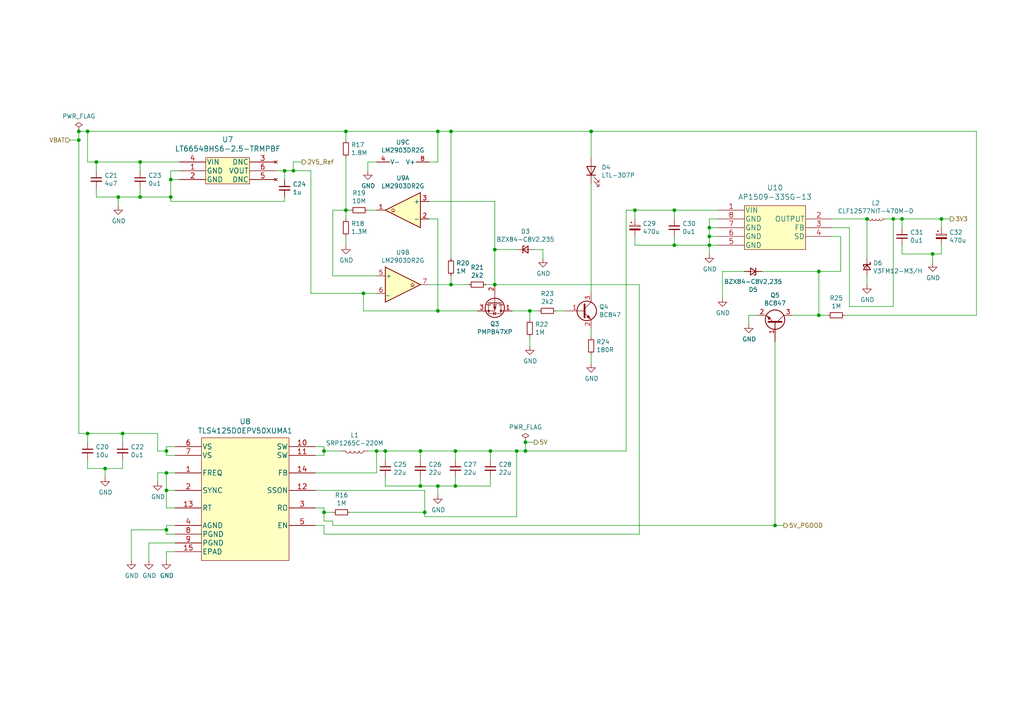
<source format=kicad_sch>
(kicad_sch (version 20211123) (generator eeschema)
  (paper "A4")
  (title_block (title "Musical Doorbell") (date "2022-01-09") (rev "A") (company "Michael Lazernik"))
  (lib_symbols
    (symbol "Doorbell_Capacitor:C_Polarized_Small" (pin_numbers hide) (pin_names (offset 0.254) hide)
      (property "Reference" "C" (at 0.254 1.778 0))
      (property "Value" "C_Polarized_Small" (at 0.254 -2.032 0))
      (symbol "C_Polarized_Small_0_1"
        (rectangle (start -1.524 -0.3048) (end 1.524 -0.6858) (fill (type outline)))
        (rectangle (start -1.524 0.6858) (end 1.524 0.3048))
        (polyline (pts (xy -1.27 1.524) (xy -0.762 1.524)))
        (polyline (pts (xy -1.016 1.27) (xy -1.016 1.778)))
      )
      (symbol "C_Polarized_Small_1_1"
        (pin passive line (at 0 2.54 270) (length 1.8542) (name "~") (number "1"))
        (pin passive line (at 0 -2.54 90) (length 1.8542) (name "~") (number "2"))
      )
    )
    (symbol "Doorbell_Capacitor:C_Small" (pin_numbers hide) (pin_names (offset 0.254) hide)
      (property "Reference" "C" (at 0.254 1.778 0))
      (property "Value" "C_Small" (at 0.254 -2.032 0))
      (symbol "C_Small_0_1"
        (polyline (pts (xy -1.524 -0.508) (xy 1.524 -0.508)) (stroke (width 0.3302)))
        (polyline (pts (xy -1.524 0.508) (xy 1.524 0.508)) (stroke (width 0.3048)))
      )
      (symbol "C_Small_1_1"
        (pin passive line (at 0 2.54 270) (length 2.032) (name "~") (number "1"))
        (pin passive line (at 0 -2.54 90) (length 2.032) (name "~") (number "2"))
      )
    )
    (symbol "Doorbell_Diode:D_Schottky_Small" (pin_numbers hide) (pin_names (offset 0.254) hide)
      (property "Reference" "D" (at -1.27 2.032 0))
      (property "Value" "D_Schottky_Small" (at -7.112 -2.032 0))
      (symbol "D_Schottky_Small_0_1"
        (polyline (pts (xy -0.762 0) (xy 0.762 0)))
        (polyline (pts (xy 0.762 -1.016) (xy -0.762 0) (xy 0.762 1.016) (xy 0.762 -1.016)) (stroke (width 0.254)))
        (polyline (pts (xy -1.27 0.762) (xy -1.27 1.016) (xy -0.762 1.016) (xy -0.762 -1.016) (xy -0.254 -1.016) (xy -0.254 -0.762)) (stroke (width 0.254)))
      )
      (symbol "D_Schottky_Small_1_1"
        (pin passive line (at -2.54 0 0) (length 1.778) (name "K") (number "1"))
        (pin passive line (at 2.54 0 180) (length 1.778) (name "A") (number "2"))
      )
    )
    (symbol "Doorbell_Diode:D_Zener_Small" (pin_numbers hide) (pin_names (offset 0.254) hide)
      (property "Reference" "D" (at 0 2.286 0))
      (property "Value" "D_Zener_Small" (at 0 -2.286 0))
      (symbol "D_Zener_Small_0_1"
        (polyline (pts (xy 0.762 0) (xy -0.762 0)))
        (polyline (pts (xy -0.254 1.016) (xy -0.762 1.016) (xy -0.762 -1.016)) (stroke (width 0.254)))
        (polyline (pts (xy 0.762 1.016) (xy -0.762 0) (xy 0.762 -1.016) (xy 0.762 1.016)) (stroke (width 0.254)))
      )
      (symbol "D_Zener_Small_1_1"
        (pin passive line (at -2.54 0 0) (length 1.778) (name "K") (number "1"))
        (pin passive line (at 2.54 0 180) (length 1.778) (name "A") (number "2"))
      )
    )
    (symbol "Doorbell_IC:AP1509-33SG-13" (pin_names (offset 0.254))
      (property "Reference" "U" (at 0 10.16 0))
      (property "Value" "AP1509-33SG-13" (at 0 7.62 0))
      (symbol "AP1509-33SG-13_0_1"
        (rectangle (start -8.89 6.35) (end 8.89 -6.35) (fill (type background)))
      )
      (symbol "AP1509-33SG-13_1_1"
        (pin input line (at -16.51 5.08 0) (length 7.62) (name "VIN") (number "1"))
        (pin output line (at 16.51 2.54 180) (length 7.62) (name "OUTPUT") (number "2"))
        (pin output line (at 16.51 0 180) (length 7.62) (name "FB") (number "3"))
        (pin input line (at 16.51 -2.54 180) (length 7.62) (name "SD") (number "4"))
        (pin power_in line (at -16.51 -5.08 0) (length 7.62) (name "GND") (number "5"))
        (pin power_in line (at -16.51 -2.54 0) (length 7.62) (name "GND") (number "6"))
        (pin power_in line (at -16.51 0 0) (length 7.62) (name "GND") (number "7"))
        (pin power_in line (at -16.51 2.54 0) (length 7.62) (name "GND") (number "8"))
      )
    )
    (symbol "Doorbell_IC:LM2903DR2G" (pin_names (offset 0.127))
      (property "Reference" "U" (at 3.81 3.81 0))
      (property "Value" "LM2903DR2G" (at 6.35 -3.81 0))
      (symbol "LM2903DR2G_1_1"
        (polyline (pts (xy -5.08 5.08) (xy 5.08 0) (xy -5.08 -5.08) (xy -5.08 5.08)) (stroke (width 0.254)) (fill (type background)))
        (polyline (pts (xy 3.302 -0.508) (xy 2.794 -0.508) (xy 3.302 0) (xy 2.794 0.508) (xy 2.286 0) (xy 2.794 -0.508) (xy 2.286 -0.508)) (stroke (width 0.127)))
        (pin open_collector line (at 7.62 0 180) (length 2.54) (name "~") (number "1"))
        (pin input line (at -7.62 -2.54 0) (length 2.54) (name "-") (number "2"))
        (pin input line (at -7.62 2.54 0) (length 2.54) (name "+") (number "3"))
      )
      (symbol "LM2903DR2G_2_1"
        (polyline (pts (xy -5.08 5.08) (xy 5.08 0) (xy -5.08 -5.08) (xy -5.08 5.08)) (stroke (width 0.254)) (fill (type background)))
        (polyline (pts (xy 3.302 -0.508) (xy 2.794 -0.508) (xy 3.302 0) (xy 2.794 0.508) (xy 2.286 0) (xy 2.794 -0.508) (xy 2.286 -0.508)) (stroke (width 0.127)))
        (pin input line (at -7.62 2.54 0) (length 2.54) (name "+") (number "5"))
        (pin input line (at -7.62 -2.54 0) (length 2.54) (name "_") (number "6"))
        (pin open_collector line (at 7.62 0 180) (length 2.54) (name "~") (number "7"))
      )
      (symbol "LM2903DR2G_3_1"
        (pin power_in line (at -2.54 -7.62 90) (length 3.81) (name "V-") (number "4"))
        (pin power_in line (at -2.54 7.62 270) (length 3.81) (name "V+") (number "8"))
      )
    )
    (symbol "Doorbell_IC:LT6654BHS6-2.5-TRMPBF" (pin_names (offset 0.254))
      (property "Reference" "U" (at 0 10.16 0))
      (property "Value" "LT6654BHS6-2.5-TRMPBF" (at 0 7.62 0))
      (symbol "LT6654BHS6-2.5-TRMPBF_0_1"
        (rectangle (start -6.35 3.81) (end 6.35 -3.81) (fill (type background)))
      )
      (symbol "LT6654BHS6-2.5-TRMPBF_1_1"
        (pin power_in line (at -13.97 0 0) (length 7.62) (name "GND") (number "1"))
        (pin power_in line (at -13.97 -2.54 0) (length 7.62) (name "GND") (number "2"))
        (pin no_connect line (at 13.97 2.54 180) (length 7.62) (name "DNC") (number "3"))
        (pin input line (at -13.97 2.54 0) (length 7.62) (name "VIN") (number "4"))
        (pin no_connect line (at 13.97 -2.54 180) (length 7.62) (name "DNC") (number "5"))
        (pin output line (at 13.97 0 180) (length 7.62) (name "VOUT") (number "6"))
      )
    )
    (symbol "Doorbell_IC:TLS4125D0EPV50XUMA1" (pin_names (offset 0.254))
      (property "Reference" "U" (at 0 22.86 0))
      (property "Value" "TLS4125D0EPV50XUMA1" (at 0 20.32 0))
      (symbol "TLS4125D0EPV50XUMA1_0_1"
        (rectangle (start -12.7 17.78) (end 12.7 -17.78) (fill (type background)))
      )
      (symbol "TLS4125D0EPV50XUMA1_1_1"
        (pin input line (at -20.32 7.62 0) (length 7.62) (name "FREQ") (number "1"))
        (pin power_out line (at 20.32 15.24 180) (length 7.62) (name "SW") (number "10"))
        (pin passive line (at 20.32 12.7 180) (length 7.62) (name "SW") (number "11"))
        (pin input line (at 20.32 2.54 180) (length 7.62) (name "SSON") (number "12"))
        (pin input line (at -20.32 -2.54 0) (length 7.62) (name "RT") (number "13"))
        (pin input line (at 20.32 7.62 180) (length 7.62) (name "FB") (number "14"))
        (pin power_in line (at -20.32 -15.24 0) (length 7.62) (name "EPAD") (number "15"))
        (pin input line (at -20.32 2.54 0) (length 7.62) (name "SYNC") (number "2"))
        (pin output line (at 20.32 -2.54 180) (length 7.62) (name "RO") (number "3"))
        (pin power_in line (at -20.32 -7.62 0) (length 7.62) (name "AGND") (number "4"))
        (pin input line (at 20.32 -7.62 180) (length 7.62) (name "EN") (number "5"))
        (pin power_in line (at -20.32 15.24 0) (length 7.62) (name "VS") (number "6"))
        (pin power_in line (at -20.32 12.7 0) (length 7.62) (name "VS") (number "7"))
        (pin power_in line (at -20.32 -10.16 0) (length 7.62) (name "PGND") (number "8"))
        (pin power_in line (at -20.32 -12.7 0) (length 7.62) (name "PGND") (number "9"))
      )
    )
    (symbol "Doorbell_Inductor_SMD:L_Small" (pin_numbers hide) (pin_names (offset 0.254) hide)
      (property "Reference" "L" (at 0.762 1.016 0))
      (property "Value" "L_Small" (at 0.762 -1.016 0))
      (symbol "L_Small_0_1"
        (arc (start 0 -2.032) (mid 0.508 -1.524) (end 0 -1.016))
        (arc (start 0 -1.016) (mid 0.508 -0.508) (end 0 0))
        (arc (start 0 0) (mid 0.508 0.508) (end 0 1.016))
        (arc (start 0 1.016) (mid 0.508 1.524) (end 0 2.032))
      )
      (symbol "L_Small_1_1"
        (pin passive line (at 0 2.54 270) (length 0.508) (name "~") (number "1"))
        (pin passive line (at 0 -2.54 90) (length 0.508) (name "~") (number "2"))
      )
    )
    (symbol "Doorbell_Inductor_SMD:SRP1265C-220M" (pin_numbers hide) (pin_names (offset 1.016) hide)
      (property "Reference" "L" (at -1.27 0 90))
      (property "Value" "SRP1265C-220M" (at 1.905 0 90))
      (symbol "SRP1265C-220M_0_1"
        (arc (start 0 -2.54) (mid 0.635 -1.905) (end 0 -1.27))
        (arc (start 0 -1.27) (mid 0.635 -0.635) (end 0 0))
        (arc (start 0 0) (mid 0.635 0.635) (end 0 1.27))
        (arc (start 0 1.27) (mid 0.635 1.905) (end 0 2.54))
      )
      (symbol "SRP1265C-220M_1_1"
        (pin passive line (at 0 3.81 270) (length 1.27) (name "1") (number "1"))
        (pin passive line (at 0 -3.81 90) (length 1.27) (name "2") (number "2"))
      )
    )
    (symbol "Doorbell_LED:LED" (pin_numbers hide) (pin_names (offset 1.016) hide)
      (property "Reference" "D" (at 0 2.54 0))
      (property "Value" "LED" (at 0 -2.54 0))
      (symbol "LED_0_1"
        (polyline (pts (xy -1.27 -1.27) (xy -1.27 1.27)) (stroke (width 0.254)))
        (polyline (pts (xy -1.27 0) (xy 1.27 0)))
        (polyline (pts (xy 1.27 -1.27) (xy 1.27 1.27) (xy -1.27 0) (xy 1.27 -1.27)) (stroke (width 0.254)))
        (polyline (pts (xy -3.048 -0.762) (xy -4.572 -2.286) (xy -3.81 -2.286) (xy -4.572 -2.286) (xy -4.572 -1.524)))
        (polyline (pts (xy -1.778 -0.762) (xy -3.302 -2.286) (xy -2.54 -2.286) (xy -3.302 -2.286) (xy -3.302 -1.524)))
      )
      (symbol "LED_1_1"
        (pin passive line (at -3.81 0 0) (length 2.54) (name "K") (number "1"))
        (pin passive line (at 3.81 0 180) (length 2.54) (name "A") (number "2"))
      )
    )
    (symbol "Doorbell_Power:GND" (power) (pin_names (offset 0))
      (property "Value" "GND" (at 0 -3.81 0))
      (symbol "GND_0_1"
        (polyline (pts (xy 0 0) (xy 0 -1.27) (xy 1.27 -1.27) (xy 0 -2.54) (xy -1.27 -1.27) (xy 0 -1.27)))
      )
      (symbol "GND_1_1"
        (pin power_in line (at 0 0 270) (length 0) hide (name "GND") (number "1"))
      )
    )
    (symbol "Doorbell_Power:PWR_FLAG" (power) (pin_numbers hide) (pin_names (offset 0) hide)
      (property "Value" "PWR_FLAG" (at 0 3.81 0))
      (symbol "PWR_FLAG_0_0"
        (pin power_out line (at 0 0 90) (length 0) (name "pwr") (number "1"))
      )
      (symbol "PWR_FLAG_0_1"
        (polyline (pts (xy 0 0) (xy 0 1.27) (xy -1.016 1.905) (xy 0 2.54) (xy 1.016 1.905) (xy 0 1.27)))
      )
    )
    (symbol "Doorbell_Resistor:R_Small" (pin_numbers hide) (pin_names (offset 0.254) hide)
      (property "Reference" "R" (at 0.762 0.508 0))
      (property "Value" "R_Small" (at 0.762 -1.016 0))
      (symbol "R_Small_0_1"
        (rectangle (start -0.762 1.778) (end 0.762 -1.778) (stroke (width 0.2032)))
      )
      (symbol "R_Small_1_1"
        (pin passive line (at 0 2.54 270) (length 0.762) (name "~") (number "1"))
        (pin passive line (at 0 -2.54 90) (length 0.762) (name "~") (number "2"))
      )
    )
    (symbol "Doorbell_Transistor_SMD:BC847" (pin_names (offset 0) hide)
      (property "Reference" "Q" (at 5.08 1.905 0))
      (property "Value" "BC847" (at 5.08 0 0))
      (symbol "BC847_0_1"
        (polyline (pts (xy 0.635 0.635) (xy 2.54 2.54)))
        (polyline (pts (xy 0.635 -0.635) (xy 2.54 -2.54) (xy 2.54 -2.54)))
        (polyline (pts (xy 0.635 1.905) (xy 0.635 -1.905) (xy 0.635 -1.905)) (stroke (width 0.508)))
        (polyline (pts (xy 1.27 -1.778) (xy 1.778 -1.27) (xy 2.286 -2.286) (xy 1.27 -1.778) (xy 1.27 -1.778)) (fill (type outline)))
        (circle (center 1.27 0) (radius 2.8194) (stroke (width 0.254)))
      )
      (symbol "BC847_1_1"
        (pin input line (at -5.08 0 0) (length 5.715) (name "B") (number "1"))
        (pin passive line (at 2.54 -5.08 90) (length 2.54) (name "E") (number "2"))
        (pin passive line (at 2.54 5.08 270) (length 2.54) (name "C") (number "3"))
      )
    )
    (symbol "Doorbell_Transistor_SMD:Q_PMOS_DGS" (pin_names (offset 0) hide)
      (property "Reference" "Q" (at 5.08 1.27 0))
      (property "Value" "Q_PMOS_DGS" (at 5.08 -1.27 0))
      (symbol "Q_PMOS_DGS_0_1"
        (polyline (pts (xy 0.254 0) (xy -2.54 0)))
        (polyline (pts (xy 0.254 1.905) (xy 0.254 -1.905)) (stroke (width 0.254)))
        (polyline (pts (xy 0.762 -1.27) (xy 0.762 -2.286)) (stroke (width 0.254)))
        (polyline (pts (xy 0.762 0.508) (xy 0.762 -0.508)) (stroke (width 0.254)))
        (polyline (pts (xy 0.762 2.286) (xy 0.762 1.27)) (stroke (width 0.254)))
        (polyline (pts (xy 2.54 2.54) (xy 2.54 1.778)))
        (polyline (pts (xy 2.54 -2.54) (xy 2.54 0) (xy 0.762 0)))
        (polyline (pts (xy 0.762 1.778) (xy 3.302 1.778) (xy 3.302 -1.778) (xy 0.762 -1.778)))
        (polyline (pts (xy 2.286 0) (xy 1.27 0.381) (xy 1.27 -0.381) (xy 2.286 0)) (fill (type outline)))
        (polyline (pts (xy 2.794 -0.508) (xy 2.921 -0.381) (xy 3.683 -0.381) (xy 3.81 -0.254)))
        (polyline (pts (xy 3.302 -0.381) (xy 2.921 0.254) (xy 3.683 0.254) (xy 3.302 -0.381)))
        (circle (center 1.651 0) (radius 2.794) (stroke (width 0.254)))
        (circle (center 2.54 -1.778) (radius 0.254) (fill (type outline)))
        (circle (center 2.54 1.778) (radius 0.254) (fill (type outline)))
      )
      (symbol "Q_PMOS_DGS_1_1"
        (pin passive line (at 2.54 5.08 270) (length 2.54) (name "D") (number "1"))
        (pin input line (at -5.08 0 0) (length 2.54) (name "G") (number "2"))
        (pin passive line (at 2.54 -5.08 90) (length 2.54) (name "S") (number "3"))
      )
    )
  )
  (junction (at 48.26 130.81))
  (junction (at 40.64 46.99))
  (junction (at 152.4 130.81))
  (junction (at 153.67 90.17))
  (junction (at 130.81 38.1))
  (junction (at 143.51 82.55))
  (junction (at 30.48 135.89))
  (junction (at 127 38.1))
  (junction (at 34.29 57.15))
  (junction (at 127 140.97))
  (junction (at 48.26 142.24))
  (junction (at 130.81 82.55))
  (junction (at 49.53 52.07))
  (junction (at 152.4 128.27))
  (junction (at 237.49 78.74))
  (junction (at 143.51 72.39))
  (junction (at 40.64 57.15))
  (junction (at 132.08 130.81))
  (junction (at 82.55 49.53))
  (junction (at 142.24 130.81))
  (junction (at 25.4 38.1))
  (junction (at 261.62 63.5))
  (junction (at 224.79 152.4))
  (junction (at 25.4 125.73))
  (junction (at 184.15 60.96))
  (junction (at 121.92 140.97))
  (junction (at 93.98 148.59))
  (junction (at 127 90.17))
  (junction (at 35.56 125.73))
  (junction (at 273.05 63.5))
  (junction (at 259.08 63.5))
  (junction (at 22.86 38.1))
  (junction (at 105.41 85.09))
  (junction (at 22.86 40.64))
  (junction (at 48.26 137.16))
  (junction (at 85.09 49.53))
  (junction (at 270.51 73.66))
  (junction (at 149.86 130.81))
  (junction (at 205.74 66.04))
  (junction (at 111.76 130.81))
  (junction (at 109.22 130.81))
  (junction (at 49.53 57.15))
  (junction (at 48.26 153.67))
  (junction (at 205.74 71.12))
  (junction (at 251.46 63.5))
  (junction (at 132.08 140.97))
  (junction (at 195.58 60.96))
  (junction (at 121.92 130.81))
  (junction (at 93.98 130.81))
  (junction (at 237.49 91.44))
  (junction (at 123.19 148.59))
  (junction (at 195.58 71.12))
  (junction (at 100.33 60.96))
  (junction (at 100.33 38.1))
  (junction (at 205.74 68.58))
  (junction (at 171.45 38.1))
  (junction (at 27.94 46.99))
  (wire (pts (xy 43.18 157.48) (xy 43.18 162.56)))
  (wire (pts (xy 261.62 66.04) (xy 261.62 63.5)))
  (wire (pts (xy 123.19 149.86) (xy 123.19 148.59)))
  (wire (pts (xy 130.81 74.93) (xy 130.81 38.1)))
  (wire (pts (xy 219.71 91.44) (xy 217.17 91.44)))
  (wire (pts (xy 93.98 151.13) (xy 96.52 151.13)))
  (wire (pts (xy 273.05 63.5) (xy 275.59 63.5)))
  (wire (pts (xy 229.87 91.44) (xy 237.49 91.44)))
  (wire (pts (xy 184.15 68.58) (xy 184.15 71.12)))
  (wire (pts (xy 91.44 137.16) (xy 109.22 137.16)))
  (wire (pts (xy 50.8 152.4) (xy 48.26 152.4)))
  (wire (pts (xy 127 90.17) (xy 105.41 90.17)))
  (wire (pts (xy 105.41 90.17) (xy 105.41 85.09)))
  (wire (pts (xy 217.17 91.44) (xy 217.17 93.98)))
  (wire (pts (xy 121.92 140.97) (xy 127 140.97)))
  (wire (pts (xy 149.86 130.81) (xy 152.4 130.81)))
  (wire (pts (xy 130.81 38.1) (xy 127 38.1)))
  (wire (pts (xy 49.53 58.42) (xy 49.53 57.15)))
  (wire (pts (xy 208.28 63.5) (xy 205.74 63.5)))
  (wire (pts (xy 246.38 66.04) (xy 246.38 88.9)))
  (wire (pts (xy 25.4 38.1) (xy 100.33 38.1)))
  (wire (pts (xy 243.84 78.74) (xy 237.49 78.74)))
  (wire (pts (xy 111.76 130.81) (xy 121.92 130.81)))
  (wire (pts (xy 132.08 130.81) (xy 142.24 130.81)))
  (wire (pts (xy 261.62 63.5) (xy 259.08 63.5)))
  (wire (pts (xy 100.33 68.58) (xy 100.33 71.12)))
  (wire (pts (xy 22.86 38.1) (xy 22.86 40.64)))
  (wire (pts (xy 106.68 130.81) (xy 109.22 130.81)))
  (wire (pts (xy 270.51 76.2) (xy 270.51 73.66)))
  (wire (pts (xy 93.98 147.32) (xy 93.98 148.59)))
  (wire (pts (xy 121.92 130.81) (xy 132.08 130.81)))
  (wire (pts (xy 48.26 137.16) (xy 45.72 137.16)))
  (wire (pts (xy 48.26 129.54) (xy 48.26 130.81)))
  (wire (pts (xy 127 46.99) (xy 127 38.1)))
  (wire (pts (xy 38.1 153.67) (xy 38.1 162.56)))
  (wire (pts (xy 52.07 52.07) (xy 49.53 52.07)))
  (wire (pts (xy 237.49 91.44) (xy 240.03 91.44)))
  (wire (pts (xy 261.62 63.5) (xy 273.05 63.5)))
  (wire (pts (xy 205.74 71.12) (xy 208.28 71.12)))
  (wire (pts (xy 40.64 46.99) (xy 40.64 49.53)))
  (wire (pts (xy 171.45 45.72) (xy 171.45 38.1)))
  (wire (pts (xy 93.98 148.59) (xy 96.52 148.59)))
  (wire (pts (xy 85.09 49.53) (xy 90.17 49.53)))
  (wire (pts (xy 157.48 72.39) (xy 157.48 74.93)))
  (wire (pts (xy 25.4 125.73) (xy 25.4 128.27)))
  (wire (pts (xy 30.48 135.89) (xy 30.48 138.43)))
  (wire (pts (xy 132.08 140.97) (xy 142.24 140.97)))
  (wire (pts (xy 241.3 68.58) (xy 243.84 68.58)))
  (wire (pts (xy 259.08 88.9) (xy 246.38 88.9)))
  (wire (pts (xy 256.54 63.5) (xy 259.08 63.5)))
  (wire (pts (xy 90.17 85.09) (xy 105.41 85.09)))
  (wire (pts (xy 48.26 130.81) (xy 48.26 132.08)))
  (wire (pts (xy 208.28 66.04) (xy 205.74 66.04)))
  (wire (pts (xy 142.24 140.97) (xy 142.24 138.43)))
  (wire (pts (xy 261.62 73.66) (xy 261.62 71.12)))
  (wire (pts (xy 50.8 157.48) (xy 43.18 157.48)))
  (wire (pts (xy 50.8 129.54) (xy 48.26 129.54)))
  (wire (pts (xy 96.52 151.13) (xy 96.52 152.4)))
  (wire (pts (xy 130.81 38.1) (xy 171.45 38.1)))
  (wire (pts (xy 154.94 72.39) (xy 157.48 72.39)))
  (wire (pts (xy 85.09 46.99) (xy 87.63 46.99)))
  (wire (pts (xy 100.33 38.1) (xy 127 38.1)))
  (wire (pts (xy 161.29 90.17) (xy 163.83 90.17)))
  (wire (pts (xy 208.28 60.96) (xy 195.58 60.96)))
  (wire (pts (xy 34.29 59.69) (xy 34.29 57.15)))
  (wire (pts (xy 27.94 57.15) (xy 34.29 57.15)))
  (wire (pts (xy 22.86 40.64) (xy 22.86 125.73)))
  (wire (pts (xy 171.45 53.34) (xy 171.45 85.09)))
  (wire (pts (xy 40.64 57.15) (xy 49.53 57.15)))
  (wire (pts (xy 127 140.97) (xy 127 143.51)))
  (wire (pts (xy 52.07 46.99) (xy 40.64 46.99)))
  (wire (pts (xy 35.56 125.73) (xy 45.72 125.73)))
  (wire (pts (xy 124.46 63.5) (xy 127 63.5)))
  (wire (pts (xy 124.46 46.99) (xy 127 46.99)))
  (wire (pts (xy 82.55 49.53) (xy 82.55 52.07)))
  (wire (pts (xy 48.26 130.81) (xy 45.72 130.81)))
  (wire (pts (xy 93.98 154.94) (xy 185.42 154.94)))
  (wire (pts (xy 270.51 73.66) (xy 261.62 73.66)))
  (wire (pts (xy 273.05 63.5) (xy 273.05 66.04)))
  (wire (pts (xy 20.32 40.64) (xy 22.86 40.64)))
  (wire (pts (xy 205.74 63.5) (xy 205.74 66.04)))
  (wire (pts (xy 241.3 63.5) (xy 251.46 63.5)))
  (wire (pts (xy 80.01 49.53) (xy 82.55 49.53)))
  (wire (pts (xy 143.51 72.39) (xy 149.86 72.39)))
  (wire (pts (xy 149.86 130.81) (xy 149.86 149.86)))
  (wire (pts (xy 152.4 128.27) (xy 152.4 130.81)))
  (wire (pts (xy 153.67 97.79) (xy 153.67 100.33)))
  (wire (pts (xy 100.33 60.96) (xy 96.52 60.96)))
  (wire (pts (xy 132.08 130.81) (xy 132.08 133.35)))
  (wire (pts (xy 143.51 72.39) (xy 143.51 58.42)))
  (wire (pts (xy 50.8 142.24) (xy 48.26 142.24)))
  (wire (pts (xy 153.67 90.17) (xy 153.67 92.71)))
  (wire (pts (xy 93.98 132.08) (xy 91.44 132.08)))
  (wire (pts (xy 48.26 160.02) (xy 48.26 162.56)))
  (wire (pts (xy 109.22 130.81) (xy 111.76 130.81)))
  (wire (pts (xy 205.74 71.12) (xy 205.74 73.66)))
  (wire (pts (xy 130.81 82.55) (xy 135.89 82.55)))
  (wire (pts (xy 283.21 91.44) (xy 283.21 38.1)))
  (wire (pts (xy 93.98 154.94) (xy 93.98 152.4)))
  (wire (pts (xy 227.33 152.4) (xy 224.79 152.4)))
  (wire (pts (xy 22.86 38.1) (xy 25.4 38.1)))
  (wire (pts (xy 52.07 49.53) (xy 49.53 49.53)))
  (wire (pts (xy 82.55 58.42) (xy 49.53 58.42)))
  (wire (pts (xy 130.81 82.55) (xy 130.81 80.01)))
  (wire (pts (xy 143.51 58.42) (xy 124.46 58.42)))
  (wire (pts (xy 184.15 60.96) (xy 184.15 63.5)))
  (wire (pts (xy 185.42 82.55) (xy 185.42 154.94)))
  (wire (pts (xy 209.55 78.74) (xy 209.55 86.36)))
  (wire (pts (xy 171.45 102.87) (xy 171.45 105.41)))
  (wire (pts (xy 35.56 125.73) (xy 25.4 125.73)))
  (wire (pts (xy 93.98 152.4) (xy 91.44 152.4)))
  (wire (pts (xy 127 140.97) (xy 132.08 140.97)))
  (wire (pts (xy 171.45 38.1) (xy 283.21 38.1)))
  (wire (pts (xy 40.64 57.15) (xy 40.64 54.61)))
  (wire (pts (xy 111.76 140.97) (xy 121.92 140.97)))
  (wire (pts (xy 111.76 130.81) (xy 111.76 133.35)))
  (wire (pts (xy 181.61 60.96) (xy 184.15 60.96)))
  (wire (pts (xy 93.98 129.54) (xy 93.98 130.81)))
  (wire (pts (xy 49.53 52.07) (xy 49.53 57.15)))
  (wire (pts (xy 35.56 133.35) (xy 35.56 135.89)))
  (wire (pts (xy 259.08 63.5) (xy 259.08 88.9)))
  (wire (pts (xy 48.26 153.67) (xy 48.26 154.94)))
  (wire (pts (xy 25.4 46.99) (xy 27.94 46.99)))
  (wire (pts (xy 100.33 60.96) (xy 101.6 60.96)))
  (wire (pts (xy 90.17 49.53) (xy 90.17 85.09)))
  (wire (pts (xy 45.72 137.16) (xy 45.72 139.7)))
  (wire (pts (xy 96.52 152.4) (xy 224.79 152.4)))
  (wire (pts (xy 184.15 71.12) (xy 195.58 71.12)))
  (wire (pts (xy 25.4 46.99) (xy 25.4 38.1)))
  (wire (pts (xy 132.08 140.97) (xy 132.08 138.43)))
  (wire (pts (xy 273.05 71.12) (xy 273.05 73.66)))
  (wire (pts (xy 140.97 82.55) (xy 143.51 82.55)))
  (wire (pts (xy 50.8 160.02) (xy 48.26 160.02)))
  (wire (pts (xy 22.86 125.73) (xy 25.4 125.73)))
  (wire (pts (xy 48.26 152.4) (xy 48.26 153.67)))
  (wire (pts (xy 195.58 71.12) (xy 205.74 71.12)))
  (wire (pts (xy 121.92 140.97) (xy 121.92 138.43)))
  (wire (pts (xy 195.58 60.96) (xy 195.58 63.5)))
  (wire (pts (xy 251.46 80.01) (xy 251.46 82.55)))
  (wire (pts (xy 224.79 99.06) (xy 224.79 152.4)))
  (wire (pts (xy 109.22 137.16) (xy 109.22 130.81)))
  (wire (pts (xy 195.58 71.12) (xy 195.58 68.58)))
  (wire (pts (xy 205.74 68.58) (xy 205.74 71.12)))
  (wire (pts (xy 156.21 90.17) (xy 153.67 90.17)))
  (wire (pts (xy 124.46 82.55) (xy 130.81 82.55)))
  (wire (pts (xy 48.26 147.32) (xy 48.26 142.24)))
  (wire (pts (xy 273.05 73.66) (xy 270.51 73.66)))
  (wire (pts (xy 148.59 90.17) (xy 153.67 90.17)))
  (wire (pts (xy 85.09 49.53) (xy 82.55 49.53)))
  (wire (pts (xy 123.19 142.24) (xy 91.44 142.24)))
  (wire (pts (xy 241.3 66.04) (xy 246.38 66.04)))
  (wire (pts (xy 30.48 135.89) (xy 25.4 135.89)))
  (wire (pts (xy 34.29 57.15) (xy 40.64 57.15)))
  (wire (pts (xy 50.8 137.16) (xy 48.26 137.16)))
  (wire (pts (xy 205.74 66.04) (xy 205.74 68.58)))
  (wire (pts (xy 195.58 60.96) (xy 184.15 60.96)))
  (wire (pts (xy 27.94 54.61) (xy 27.94 57.15)))
  (wire (pts (xy 27.94 46.99) (xy 27.94 49.53)))
  (wire (pts (xy 121.92 130.81) (xy 121.92 133.35)))
  (wire (pts (xy 48.26 153.67) (xy 38.1 153.67)))
  (wire (pts (xy 237.49 78.74) (xy 237.49 91.44)))
  (wire (pts (xy 48.26 132.08) (xy 50.8 132.08)))
  (wire (pts (xy 143.51 82.55) (xy 143.51 72.39)))
  (wire (pts (xy 208.28 68.58) (xy 205.74 68.58)))
  (wire (pts (xy 215.9 78.74) (xy 209.55 78.74)))
  (wire (pts (xy 96.52 60.96) (xy 96.52 80.01)))
  (wire (pts (xy 111.76 138.43) (xy 111.76 140.97)))
  (wire (pts (xy 48.26 142.24) (xy 48.26 137.16)))
  (wire (pts (xy 143.51 82.55) (xy 185.42 82.55)))
  (wire (pts (xy 50.8 147.32) (xy 48.26 147.32)))
  (wire (pts (xy 171.45 95.25) (xy 171.45 97.79)))
  (wire (pts (xy 181.61 130.81) (xy 181.61 60.96)))
  (wire (pts (xy 93.98 130.81) (xy 99.06 130.81)))
  (wire (pts (xy 237.49 78.74) (xy 220.98 78.74)))
  (wire (pts (xy 49.53 49.53) (xy 49.53 52.07)))
  (wire (pts (xy 82.55 58.42) (xy 82.55 57.15)))
  (wire (pts (xy 85.09 49.53) (xy 85.09 46.99)))
  (wire (pts (xy 96.52 80.01) (xy 109.22 80.01)))
  (wire (pts (xy 105.41 85.09) (xy 109.22 85.09)))
  (wire (pts (xy 123.19 148.59) (xy 123.19 142.24)))
  (wire (pts (xy 245.11 91.44) (xy 283.21 91.44)))
  (wire (pts (xy 243.84 68.58) (xy 243.84 78.74)))
  (wire (pts (xy 251.46 63.5) (xy 251.46 74.93)))
  (wire (pts (xy 127 63.5) (xy 127 90.17)))
  (wire (pts (xy 142.24 130.81) (xy 149.86 130.81)))
  (wire (pts (xy 152.4 128.27) (xy 154.94 128.27)))
  (wire (pts (xy 101.6 148.59) (xy 123.19 148.59)))
  (wire (pts (xy 106.68 60.96) (xy 109.22 60.96)))
  (wire (pts (xy 25.4 135.89) (xy 25.4 133.35)))
  (wire (pts (xy 100.33 38.1) (xy 100.33 40.64)))
  (wire (pts (xy 35.56 125.73) (xy 35.56 128.27)))
  (wire (pts (xy 106.68 46.99) (xy 106.68 49.53)))
  (wire (pts (xy 100.33 45.72) (xy 100.33 60.96)))
  (wire (pts (xy 93.98 130.81) (xy 93.98 132.08)))
  (wire (pts (xy 27.94 46.99) (xy 40.64 46.99)))
  (wire (pts (xy 35.56 135.89) (xy 30.48 135.89)))
  (wire (pts (xy 109.22 46.99) (xy 106.68 46.99)))
  (wire (pts (xy 91.44 147.32) (xy 93.98 147.32)))
  (wire (pts (xy 45.72 125.73) (xy 45.72 130.81)))
  (wire (pts (xy 100.33 60.96) (xy 100.33 63.5)))
  (wire (pts (xy 48.26 154.94) (xy 50.8 154.94)))
  (wire (pts (xy 142.24 130.81) (xy 142.24 133.35)))
  (wire (pts (xy 138.43 90.17) (xy 127 90.17)))
  (wire (pts (xy 93.98 148.59) (xy 93.98 151.13)))
  (wire (pts (xy 91.44 129.54) (xy 93.98 129.54)))
  (wire (pts (xy 149.86 149.86) (xy 123.19 149.86)))
  (wire (pts (xy 152.4 130.81) (xy 181.61 130.81)))
  (hierarchical_label "5V_PGOOD" (shape output) (at 227.33 152.4 0))
  (hierarchical_label "VBAT" (shape input) (at 20.32 40.64 180))
  (hierarchical_label "3V3" (shape output) (at 275.59 63.5 0))
  (hierarchical_label "2V5_Ref" (shape output) (at 87.63 46.99 0))
  (hierarchical_label "5V" (shape output) (at 154.94 128.27 0))
  (symbol (lib_id "Doorbell_Power:PWR_FLAG") (at 22.86 38.1 0) (unit 1)
    (property "Reference" "#FLG02" (effects hide))
    (property "Value" "PWR_FLAG" (at 22.86 33.7058 0))
  )
  (symbol (lib_id "Doorbell_Power:PWR_FLAG") (at 152.4 128.27 0) (unit 1)
    (property "Reference" "#FLG03" (effects hide))
    (property "Value" "PWR_FLAG" (at 152.4 123.8758 0))
  )
  (symbol (lib_id "Doorbell_Power:GND") (at 48.26 162.56 0) (unit 1)
    (property "Reference" "#PWR039" (effects hide))
    (property "Value" "GND" (at 48.387 166.9542 0))
  )
  (symbol (lib_id "Doorbell_Power:GND") (at 43.18 162.56 0) (unit 1)
    (property "Reference" "#PWR037" (effects hide))
    (property "Value" "GND" (at 43.307 166.9542 0))
  )
  (symbol (lib_id "Doorbell_Power:GND") (at 38.1 162.56 0) (unit 1)
    (property "Reference" "#PWR036" (effects hide))
    (property "Value" "GND" (at 38.227 166.9542 0))
  )
  (symbol (lib_id "Doorbell_Capacitor:C_Small") (at 35.56 130.81 0) (unit 1)
    (property "Reference" "C22" (at 37.8968 129.6416 0) (effects (justify left)))
    (property "Value" "0u1" (at 37.8968 131.953 0) (effects (justify left)))
    (property "Footprint" "Capacitor_SMD:C_0603_1608Metric_Pad1.08x0.95mm_HandSolder" (effects hide))
  )
  (symbol (lib_id "Doorbell_Capacitor:C_Small") (at 25.4 130.81 0) (unit 1)
    (property "Reference" "C20" (at 27.7368 129.6416 0) (effects (justify left)))
    (property "Value" "10u" (at 27.7368 131.953 0) (effects (justify left)))
    (property "Footprint" "Capacitor_SMD:C_1206_3216Metric_Pad1.33x1.80mm_HandSolder" (effects hide))
  )
  (symbol (lib_id "Doorbell_Power:GND") (at 30.48 138.43 0) (unit 1)
    (property "Reference" "#PWR034" (effects hide))
    (property "Value" "GND" (at 30.607 142.8242 0))
  )
  (symbol (lib_id "Doorbell_Power:GND") (at 45.72 139.7 0) (unit 1)
    (property "Reference" "#PWR038" (effects hide))
    (property "Value" "GND" (at 45.847 144.0942 0))
  )
  (symbol (lib_id "Doorbell_IC:TLS4125D0EPV50XUMA1") (at 71.12 144.78 0) (unit 1)
    (property "Reference" "U8" (at 71.12 122.2502 0) (effects (font (size 1.524 1.524))))
    (property "Value" "TLS4125D0EPV50XUMA1" (at 71.12 124.9426 0) (effects (font (size 1.524 1.524))))
    (property "Footprint" "IC:TLS4125D0EPV50XUMA1" (effects hide))
  )
  (symbol (lib_id "Doorbell_Inductor_SMD:SRP1265C-220M") (at 102.87 130.81 270) (unit 1)
    (property "Reference" "L1" (at 102.87 126.2126 90))
    (property "Value" "SRP1265C-220M" (at 102.87 128.524 90))
    (property "Footprint" "Inductor_SMD:SRP1265C-220M" (effects hide))
  )
  (symbol (lib_id "Doorbell_Capacitor:C_Small") (at 111.76 135.89 0) (unit 1)
    (property "Reference" "C25" (at 114.0968 134.7216 0) (effects (justify left)))
    (property "Value" "22u" (at 114.0968 137.033 0) (effects (justify left)))
    (property "Footprint" "Capacitor_SMD:C_1210_3225Metric_Pad1.33x2.70mm_HandSolder" (effects hide))
  )
  (symbol (lib_id "Doorbell_Capacitor:C_Small") (at 121.92 135.89 0) (unit 1)
    (property "Reference" "C26" (at 124.2568 134.7216 0) (effects (justify left)))
    (property "Value" "22u" (at 124.2568 137.033 0) (effects (justify left)))
    (property "Footprint" "Capacitor_SMD:C_1210_3225Metric_Pad1.33x2.70mm_HandSolder" (effects hide))
  )
  (symbol (lib_id "Doorbell_Capacitor:C_Small") (at 132.08 135.89 0) (unit 1)
    (property "Reference" "C27" (at 134.4168 134.7216 0) (effects (justify left)))
    (property "Value" "22u" (at 134.4168 137.033 0) (effects (justify left)))
    (property "Footprint" "Capacitor_SMD:C_1210_3225Metric_Pad1.33x2.70mm_HandSolder" (effects hide))
  )
  (symbol (lib_id "Doorbell_Capacitor:C_Small") (at 142.24 135.89 0) (unit 1)
    (property "Reference" "C28" (at 144.5768 134.7216 0) (effects (justify left)))
    (property "Value" "22u" (at 144.5768 137.033 0) (effects (justify left)))
    (property "Footprint" "Capacitor_SMD:C_1210_3225Metric_Pad1.33x2.70mm_HandSolder" (effects hide))
  )
  (symbol (lib_id "Doorbell_Power:GND") (at 127 143.51 0) (unit 1)
    (property "Reference" "#PWR042" (effects hide))
    (property "Value" "GND" (at 127.127 147.9042 0))
  )
  (symbol (lib_id "Doorbell_Resistor:R_Small") (at 99.06 148.59 270) (unit 1)
    (property "Reference" "R16" (at 99.06 143.6116 90))
    (property "Value" "1M" (at 99.06 145.923 90))
    (property "Footprint" "Resistor_SMD:R_0603_1608Metric_Pad0.98x0.95mm_HandSolder" (effects hide))
  )
  (symbol (lib_id "Doorbell_Power:GND") (at 106.68 49.53 0) (unit 1)
    (property "Reference" "#PWR041" (effects hide))
    (property "Value" "GND" (at 106.807 53.9242 0))
  )
  (symbol (lib_id "Doorbell_IC:AP1509-33SG-13") (at 224.79 66.04 0) (unit 1)
    (property "Reference" "U10" (at 224.79 54.4322 0) (effects (font (size 1.524 1.524))))
    (property "Value" "AP1509-33SG-13" (at 224.79 57.1246 0) (effects (font (size 1.524 1.524))))
    (property "Footprint" "IC:AP1509-33SG-13" (effects hide))
  )
  (symbol (lib_id "Doorbell_Power:GND") (at 205.74 73.66 0) (unit 1)
    (property "Reference" "#PWR046" (effects hide))
    (property "Value" "GND" (at 205.867 78.0542 0))
  )
  (symbol (lib_id "Doorbell_Capacitor:C_Polarized_Small") (at 184.15 66.04 0) (unit 1)
    (property "Reference" "C29" (at 186.3852 64.8716 0) (effects (justify left)))
    (property "Value" "470u" (at 186.3852 67.183 0) (effects (justify left)))
    (property "Footprint" "Capacitor_THT:EEH-AZK1E471B" (effects hide))
  )
  (symbol (lib_id "Doorbell_Capacitor:C_Small") (at 195.58 66.04 0) (unit 1)
    (property "Reference" "C30" (at 197.9168 64.8716 0) (effects (justify left)))
    (property "Value" "0u1" (at 197.9168 67.183 0) (effects (justify left)))
    (property "Footprint" "Capacitor_SMD:C_0603_1608Metric_Pad1.08x0.95mm_HandSolder" (effects hide))
  )
  (symbol (lib_id "Doorbell_Diode:D_Schottky_Small") (at 251.46 77.47 270) (unit 1)
    (property "Reference" "D6" (at 253.238 76.3016 90) (effects (justify left)))
    (property "Value" "V3FM12-M3/H" (at 253.238 78.613 90) (effects (justify left)))
    (property "Footprint" "Diode_SMD:D_SMF" (effects hide))
  )
  (symbol (lib_id "Doorbell_Power:GND") (at 251.46 82.55 0) (unit 1)
    (property "Reference" "#PWR049" (effects hide))
    (property "Value" "GND" (at 251.587 86.9442 0))
  )
  (symbol (lib_id "Doorbell_Power:GND") (at 217.17 93.98 0) (unit 1)
    (property "Reference" "#PWR048" (effects hide))
    (property "Value" "GND" (at 217.297 98.3742 0))
  )
  (symbol (lib_id "Doorbell_Resistor:R_Small") (at 242.57 91.44 270) (unit 1)
    (property "Reference" "R25" (at 242.57 86.4616 90))
    (property "Value" "1M" (at 242.57 88.773 90))
    (property "Footprint" "Resistor_SMD:R_0603_1608Metric_Pad0.98x0.95mm_HandSolder" (effects hide))
  )
  (symbol (lib_id "Doorbell_Capacitor:C_Small") (at 82.55 54.61 0) (unit 1)
    (property "Reference" "C24" (at 84.8868 53.4416 0) (effects (justify left)))
    (property "Value" "1u" (at 84.8868 55.753 0) (effects (justify left)))
    (property "Footprint" "Capacitor_SMD:C_0603_1608Metric_Pad1.08x0.95mm_HandSolder" (effects hide))
  )
  (symbol (lib_id "Doorbell_Capacitor:C_Small") (at 27.94 52.07 0) (unit 1)
    (property "Reference" "C21" (at 30.2768 50.9016 0) (effects (justify left)))
    (property "Value" "4u7" (at 30.2768 53.213 0) (effects (justify left)))
    (property "Footprint" "Capacitor_SMD:C_1206_3216Metric_Pad1.33x1.80mm_HandSolder" (effects hide))
  )
  (symbol (lib_id "Doorbell_Capacitor:C_Small") (at 40.64 52.07 0) (unit 1)
    (property "Reference" "C23" (at 42.9768 50.9016 0) (effects (justify left)))
    (property "Value" "0u1" (at 42.9768 53.213 0) (effects (justify left)))
    (property "Footprint" "Capacitor_SMD:C_0603_1608Metric_Pad1.08x0.95mm_HandSolder" (effects hide))
  )
  (symbol (lib_id "Doorbell_Power:GND") (at 34.29 59.69 0) (unit 1)
    (property "Reference" "#PWR035" (effects hide))
    (property "Value" "GND" (at 34.417 64.0842 0))
  )
  (symbol (lib_id "Doorbell_Resistor:R_Small") (at 100.33 66.04 0) (unit 1)
    (property "Reference" "R18" (at 101.8286 64.8716 0) (effects (justify left)))
    (property "Value" "1.3M" (at 101.8286 67.183 0) (effects (justify left)))
    (property "Footprint" "Resistor_SMD:R_0805_2012Metric_Pad1.20x1.40mm_HandSolder" (effects hide))
  )
  (symbol (lib_id "Doorbell_Power:GND") (at 100.33 71.12 0) (unit 1)
    (property "Reference" "#PWR040" (effects hide))
    (property "Value" "GND" (at 100.457 75.5142 0))
  )
  (symbol (lib_id "Doorbell_Resistor:R_Small") (at 100.33 43.18 0) (unit 1)
    (property "Reference" "R17" (at 101.8286 42.0116 0) (effects (justify left)))
    (property "Value" "1.8M" (at 101.8286 44.323 0) (effects (justify left)))
    (property "Footprint" "Resistor_SMD:R_0805_2012Metric_Pad1.20x1.40mm_HandSolder" (effects hide))
  )
  (symbol (lib_id "Doorbell_Resistor:R_Small") (at 104.14 60.96 270) (unit 1)
    (property "Reference" "R19" (at 104.14 55.9816 90))
    (property "Value" "10M" (at 104.14 58.293 90))
    (property "Footprint" "Resistor_SMD:R_0805_2012Metric_Pad1.20x1.40mm_HandSolder" (effects hide))
  )
  (symbol (lib_id "Doorbell_Resistor:R_Small") (at 130.81 77.47 0) (unit 1)
    (property "Reference" "R20" (at 132.3086 76.3016 0) (effects (justify left)))
    (property "Value" "1M" (at 132.3086 78.613 0) (effects (justify left)))
    (property "Footprint" "Resistor_SMD:R_0603_1608Metric_Pad0.98x0.95mm_HandSolder" (effects hide))
  )
  (symbol (lib_id "Doorbell_Resistor:R_Small") (at 138.43 82.55 270) (unit 1)
    (property "Reference" "R21" (at 138.43 77.5716 90))
    (property "Value" "2k2" (at 138.43 79.883 90))
    (property "Footprint" "Resistor_SMD:R_0603_1608Metric_Pad0.98x0.95mm_HandSolder" (effects hide))
  )
  (symbol (lib_id "Doorbell_Transistor_SMD:Q_PMOS_DGS") (at 143.51 87.63 270) (unit 1)
    (property "Reference" "Q3" (at 143.51 93.9546 90))
    (property "Value" "PMPB47XP" (at 143.51 96.266 90))
    (property "Footprint" "Transistor_SMD:PMPB47XP" (effects hide))
  )
  (symbol (lib_id "Doorbell_Resistor:R_Small") (at 153.67 95.25 0) (unit 1)
    (property "Reference" "R22" (at 155.1686 94.0816 0) (effects (justify left)))
    (property "Value" "1M" (at 155.1686 96.393 0) (effects (justify left)))
    (property "Footprint" "Resistor_SMD:R_0603_1608Metric_Pad0.98x0.95mm_HandSolder" (effects hide))
  )
  (symbol (lib_id "Doorbell_Power:GND") (at 153.67 100.33 0) (unit 1)
    (property "Reference" "#PWR043" (effects hide))
    (property "Value" "GND" (at 153.797 104.7242 0))
  )
  (symbol (lib_id "Doorbell_Resistor:R_Small") (at 158.75 90.17 270) (unit 1)
    (property "Reference" "R23" (at 158.75 85.1916 90))
    (property "Value" "2k2" (at 158.75 87.503 90))
    (property "Footprint" "Resistor_SMD:R_0603_1608Metric_Pad0.98x0.95mm_HandSolder" (effects hide))
  )
  (symbol (lib_id "Doorbell_LED:LED") (at 171.45 49.53 90) (unit 1)
    (property "Reference" "D4" (at 174.4472 48.5394 90) (effects (justify right)))
    (property "Value" "LTL-307P" (at 174.4472 50.8508 90) (effects (justify right)))
    (property "Footprint" "LED_THT:LTL-307P" (effects hide))
  )
  (symbol (lib_id "Doorbell_Resistor:R_Small") (at 171.45 100.33 0) (unit 1)
    (property "Reference" "R24" (at 172.9486 99.1616 0) (effects (justify left)))
    (property "Value" "180R" (at 172.9486 101.473 0) (effects (justify left)))
    (property "Footprint" "Resistor_SMD:R_0805_2012Metric_Pad1.20x1.40mm_HandSolder" (effects hide))
  )
  (symbol (lib_id "Doorbell_Power:GND") (at 171.45 105.41 0) (unit 1)
    (property "Reference" "#PWR045" (effects hide))
    (property "Value" "GND" (at 171.577 109.8042 0))
  )
  (symbol (lib_id "Doorbell_Diode:D_Zener_Small") (at 152.4 72.39 0) (unit 1)
    (property "Reference" "D3" (at 152.4 67.1322 0))
    (property "Value" "BZX84-C8V2,235" (at 152.4 69.4436 0))
    (property "Footprint" "Diode_SMD:D_SOT-23_ANK" (effects hide))
  )
  (symbol (lib_id "Doorbell_Power:GND") (at 157.48 74.93 0) (unit 1)
    (property "Reference" "#PWR044" (effects hide))
    (property "Value" "GND" (at 157.607 79.3242 0))
  )
  (symbol (lib_id "Doorbell_Transistor_SMD:BC847") (at 168.91 90.17 0) (unit 1)
    (property "Reference" "Q4" (at 173.7614 89.0016 0) (effects (justify left)))
    (property "Value" "BC847" (at 173.7614 91.313 0) (effects (justify left)))
    (property "Footprint" "Package_TO_SOT_SMD:SOT-23" (effects hide))
    (property "Datasheet" "http://www.infineon.com/dgdl/Infineon-BC847SERIES_BC848SERIES_BC849SERIES_BC850SERIES-DS-v01_01-en.pdf?fileId=db3a304314dca389011541d4630a1657" (effects hide))
  )
  (symbol (lib_id "Doorbell_Transistor_SMD:BC847") (at 224.79 93.98 270) (mirror x) (unit 1)
    (property "Reference" "Q5" (at 224.79 85.6488 90))
    (property "Value" "BC847" (at 224.79 87.9602 90))
    (property "Footprint" "Package_TO_SOT_SMD:SOT-23" (effects hide))
    (property "Datasheet" "http://www.infineon.com/dgdl/Infineon-BC847SERIES_BC848SERIES_BC849SERIES_BC850SERIES-DS-v01_01-en.pdf?fileId=db3a304314dca389011541d4630a1657" (effects hide))
  )
  (symbol (lib_id "Doorbell_Inductor_SMD:L_Small") (at 254 63.5 270) (unit 1)
    (property "Reference" "L2" (at 254 58.9026 90))
    (property "Value" "CLF12577NIT-470M-D" (at 254 61.214 90))
    (property "Footprint" "Inductor_SMD:CLF12577NIT-470M-D" (effects hide))
  )
  (symbol (lib_id "Doorbell_Capacitor:C_Small") (at 261.62 68.58 0) (unit 1)
    (property "Reference" "C31" (at 263.9568 67.4116 0) (effects (justify left)))
    (property "Value" "0u1" (at 263.9568 69.723 0) (effects (justify left)))
    (property "Footprint" "Capacitor_SMD:C_0603_1608Metric_Pad1.08x0.95mm_HandSolder" (effects hide))
  )
  (symbol (lib_id "Doorbell_Capacitor:C_Polarized_Small") (at 273.05 68.58 0) (unit 1)
    (property "Reference" "C32" (at 275.2852 67.4116 0) (effects (justify left)))
    (property "Value" "470u" (at 275.2852 69.723 0) (effects (justify left)))
    (property "Footprint" "Capacitor_THT:EEH-AZK1E471B" (effects hide))
  )
  (symbol (lib_id "Doorbell_IC:LT6654BHS6-2.5-TRMPBF") (at 66.04 49.53 0) (unit 1)
    (property "Reference" "U7" (at 66.04 40.4622 0) (effects (font (size 1.524 1.524))))
    (property "Value" "LT6654BHS6-2.5-TRMPBF" (at 66.04 43.1546 0) (effects (font (size 1.524 1.524))))
    (property "Footprint" "IC:LT6654BHS6-2.5-TRMPBF" (effects hide))
  )
  (symbol (lib_id "Doorbell_IC:LM2903DR2G") (at 116.84 60.96 0) (mirror y) (unit 1)
    (property "Reference" "U9" (at 116.84 51.6382 0))
    (property "Value" "LM2903DR2G" (at 116.84 53.9496 0))
    (property "Footprint" "Package_SO:SOIC-8_3.9x4.9mm_P1.27mm" (effects hide))
    (property "Datasheet" "https://www.onsemi.com/pdf/datasheet/lm393-d.pdf" (effects hide))
  )
  (symbol (lib_id "Doorbell_IC:LM2903DR2G") (at 116.84 82.55 0) (unit 2)
    (property "Reference" "U9" (at 116.84 73.2282 0))
    (property "Value" "LM2903DR2G" (at 116.84 75.5396 0))
    (property "Footprint" "Package_SO:SOIC-8_3.9x4.9mm_P1.27mm" (effects hide))
    (property "Datasheet" "https://www.onsemi.com/pdf/datasheet/lm393-d.pdf" (effects hide))
  )
  (symbol (lib_id "Doorbell_IC:LM2903DR2G") (at 116.84 49.53 270) (unit 3)
    (property "Reference" "U9" (at 116.84 41.275 90))
    (property "Value" "LM2903DR2G" (at 116.84 43.5864 90))
    (property "Footprint" "Package_SO:SOIC-8_3.9x4.9mm_P1.27mm" (effects hide))
    (property "Datasheet" "https://www.onsemi.com/pdf/datasheet/lm393-d.pdf" (effects hide))
  )
  (symbol (lib_id "Doorbell_Diode:D_Zener_Small") (at 218.44 78.74 180) (unit 1)
    (property "Reference" "D5" (at 218.44 83.9978 0))
    (property "Value" "BZX84-C8V2,235" (at 218.44 81.6864 0))
    (property "Footprint" "Diode_SMD:D_SOT-23_ANK" (effects hide))
  )
  (symbol (lib_id "Doorbell_Power:GND") (at 209.55 86.36 0) (unit 1)
    (property "Reference" "#PWR047" (effects hide))
    (property "Value" "GND" (at 209.677 90.7542 0))
  )
  (symbol (lib_id "Doorbell_Power:GND") (at 270.51 76.2 0) (unit 1)
    (property "Reference" "#PWR0102" (effects hide))
    (property "Value" "GND" (at 270.637 80.5942 0))
  )
)
</source>
